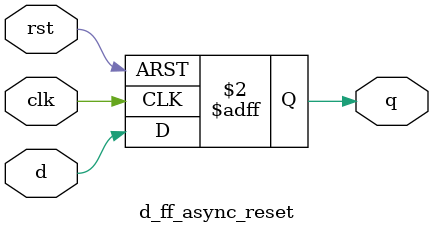
<source format=v>
module d_ff_async_reset (
    input  wire clk,      // Clock input
    input  wire rst,      // Asynchronous reset (active high)
    input  wire d,        // Data input
    output reg  q         // Data output
);

    // D Flip-Flop with asynchronous reset
    // Reset has priority and is level-sensitive
    always @(posedge clk or posedge rst) begin
        if (rst) begin
            q <= 1'b0;    // Asynchronous reset - clear output
        end else begin
            q <= d;       // On clock edge, capture input data
        end
    end

endmodule
</source>
